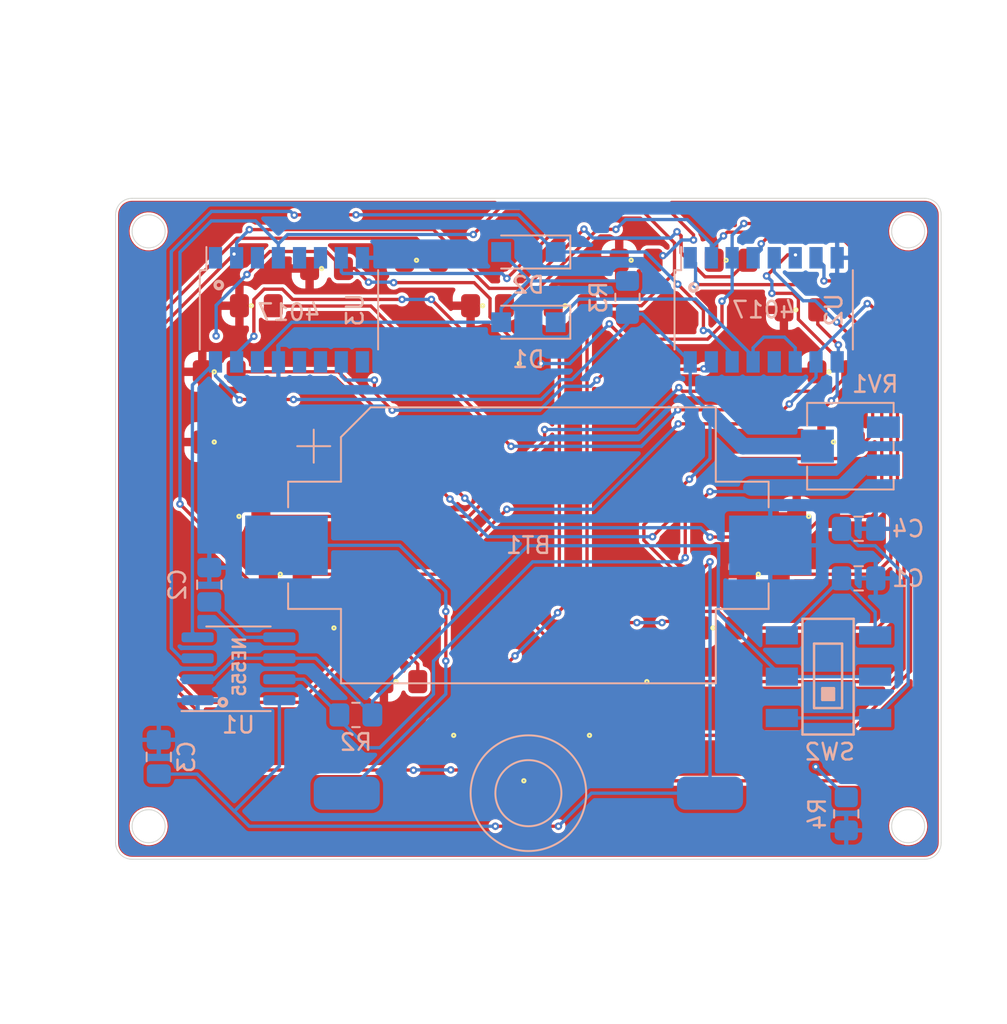
<source format=kicad_pcb>
(kicad_pcb (version 20211014) (generator pcbnew)
  (layers (0 "F.Cu" signal) (31 "B.Cu" signal) (34 "B.Paste" user) (35 "F.Paste" user) (36 "B.SilkS" user "B.Silkscreen") (37 "F.SilkS" user "F.Silkscreen") (38 "B.Mask" user) (39 "F.Mask" user) (44 "Edge.Cuts" user))
  (net 0 "")
  (net 1 "+3V0")
  (net 2 "GND")
  (net 3 "Net-(C1-Pad1)")
  (net 4 "Net-(C2-Pad1)")
  (net 5 "VCC")
  (net 6 "Net-(D10-Pad2)")
  (net 7 "Net-(D11-Pad2)")
  (net 8 "Net-(D12-Pad2)")
  (net 9 "Net-(D13-Pad2)")
  (net 10 "Net-(D14-Pad2)")
  (net 11 "Net-(D15-Pad2)")
  (net 12 "Net-(D16-Pad2)")
  (net 13 "Net-(D17-Pad2)")
  (net 14 "Net-(D18-Pad2)")
  (net 15 "Net-(D19-Pad2)")
  (net 16 "Net-(D20-Pad2)")
  (net 17 "Net-(D21-Pad2)")
  (net 18 "Net-(U2-Pad15)")
  (net 19 "Net-(C4-Pad1)")
  (net 20 "Net-(D1-Pad1)")
  (net 21 "Net-(D1-Pad2)")
  (net 22 "/Common-R")
  (net 23 "Net-(D2-Pad1)")
  (net 24 "Net-(R2-Pad2)")
  (net 33 "Net-(R2-Pad1)")
  (footprint "Binary_Kitchen:LED_0805_2012Metric_Pad1.15x1.40mm_HandSolder" (layer "F.Cu") (at 120.775 97.5)
    (fp_text reference "D28" hide)
    (fp_text value "LED")
  )
  (footprint "Binary_Kitchen:LED_0805_2012Metric_Pad1.15x1.40mm_HandSolder" (layer "F.Cu") (at 117.275 94.25)
    (fp_text reference "D27" hide)
    (fp_text value "LED")
  )
  (footprint "Binary_Kitchen:LED_0805_2012Metric_Pad1.15x1.40mm_HandSolder" (layer "F.Cu") (at 113.525 91)
    (fp_text reference "D26" hide)
    (fp_text value "LED")
  )
  (footprint "Binary_Kitchen:LED_0805_2012Metric_Pad1.15x1.40mm_HandSolder" (layer "F.Cu") (at 110.275 87.75)
    (fp_text reference "D25" hide)
    (fp_text value "LED")
  )
  (footprint "Binary_Kitchen:LED_0805_2012Metric_Pad1.15x1.40mm_HandSolder" (layer "F.Cu") (at 107.775 84.25)
    (fp_text reference "D24" hide)
    (fp_text value "LED")
  )
  (footprint "Binary_Kitchen:LED_0805_2012Metric_Pad1.15x1.40mm_HandSolder" (layer "F.Cu") (at 106.275 79.75)
    (fp_text reference "D23" hide)
    (fp_text value "LED")
  )
  (footprint "Binary_Kitchen:LED_0805_2012Metric_Pad1.15x1.40mm_HandSolder" (layer "F.Cu") (at 106.275 75.5)
    (fp_text reference "D22" hide)
    (fp_text value "LED")
  )
  (footprint "Binary_Kitchen:LED_0805_2012Metric_Pad1.15x1.40mm_HandSolder" (layer "F.Cu") (at 118.525 68.75)
    (fp_text reference "D19" hide)
    (fp_text value "LED")
  )
  (footprint "Binary_Kitchen:LED_0805_2012Metric_Pad1.15x1.40mm_HandSolder" (layer "F.Cu") (at 122.525 71.5)
    (fp_text reference "D18" hide)
    (fp_text value "LED")
  )
  (footprint "Binary_Kitchen:LED_0805_2012Metric_Pad1.15x1.40mm_HandSolder" (layer "F.Cu") (at 124.75 75)
    (fp_text reference "D17" hide)
    (fp_text value "LED")
  )
  (footprint "Binary_Kitchen:LED_0805_2012Metric_Pad1.15x1.40mm_HandSolder" (layer "F.Cu") (at 127.525 71.5)
    (fp_text reference "D16" hide)
    (fp_text value "LED")
  )
  (footprint "Binary_Kitchen:LED_0805_2012Metric_Pad1.15x1.40mm_HandSolder" (layer "F.Cu") (at 131.525 68.75)
    (fp_text reference "D15" hide)
    (fp_text value "LED")
  )
  (footprint "Binary_Kitchen:LED_0805_2012Metric_Pad1.15x1.40mm_HandSolder" (layer "F.Cu") (at 141.5 71.75)
    (fp_text reference "D13" hide)
    (fp_text value "LED")
  )
  (footprint "Binary_Kitchen:LED_0805_2012Metric_Pad1.15x1.40mm_HandSolder" (layer "F.Cu") (at 136.475 91)
    (fp_text reference "D8" hide)
    (fp_text value "LED")
  )
  (footprint "Binary_Kitchen:LED_0805_2012Metric_Pad1.15x1.40mm_HandSolder" (layer "F.Cu") (at 143.5 75.5)
    (fp_text reference "D12" hide)
    (fp_text value "LED")
  )
  (footprint "Binary_Kitchen:LED_0805_2012Metric_Pad1.15x1.40mm_HandSolder" (layer "F.Cu") (at 125.025 100.25)
    (fp_text reference "D5" hide)
    (fp_text value "LED")
  )
  (footprint "Binary_Kitchen:LED_0805_2012Metric_Pad1.15x1.40mm_HandSolder" (layer "F.Cu") (at 139.225 87.75)
    (fp_text reference "D9" hide)
    (fp_text value "LED")
  )
  (footprint "Binary_Kitchen:LED_0805_2012Metric_Pad1.15x1.40mm_HandSolder" (layer "F.Cu") (at 132.475 94.25)
    (fp_text reference "D7" hide)
    (fp_text value "LED")
  )
  (footprint "Binary_Kitchen:LED_0805_2012Metric_Pad1.15x1.40mm_HandSolder" (layer "F.Cu") (at 129 97.5)
    (fp_text reference "D6" hide)
    (fp_text value "LED")
  )
  (footprint "Binary_Kitchen:LED_0805_2012Metric_Pad1.15x1.40mm_HandSolder" (layer "F.Cu") (at 143.775 79.75)
    (fp_text reference "D11" hide)
    (fp_text value "LED")
  )
  (footprint "Binary_Kitchen:LED_0805_2012Metric_Pad1.15x1.40mm_HandSolder" (layer "F.Cu") (at 142.275 84.25)
    (fp_text reference "D10" hide)
    (fp_text value "LED")
  )
  (footprint "Binary_Kitchen:LED_0805_2012Metric_Pad1.15x1.40mm_HandSolder" (layer "F.Cu") (at 137.275 68.75)
    (fp_text reference "D14" hide)
    (fp_text value "LED")
  )
  (footprint "Binary_Kitchen:LED_0805_2012Metric_Pad1.15x1.40mm_HandSolder" (layer "F.Cu") (at 108.525 71.5)
    (fp_text reference "D21" hide)
    (fp_text value "LED")
  )
  (footprint "Binary_Kitchen:LED_0805_2012Metric_Pad1.15x1.40mm_HandSolder" (layer "F.Cu") (at 112.775 69.25)
    (fp_text reference "D20" hide)
    (fp_text value "LED")
  )
  (footprint "Capacitor_SMD:C_0805_2012Metric_Pad1.18x1.45mm_HandSolder" (layer "B.Cu") (at 102.616 98.806 90)
    (fp_text reference "C3")
    (fp_text value "100n")
  )
  (footprint "Binary_Kitchen:D_SOD-123_handsolder" (layer "B.Cu") (at 125 72.5 180)
    (fp_text reference "D1")
    (fp_text value "1N4007")
  )
  (footprint "Binary_Kitchen:D_SOD-123_handsolder" (layer "B.Cu") (at 125 68.25 180)
    (fp_text reference "D2")
    (fp_text value "1N4007")
  )
  (footprint "Resistor_SMD:R_0805_2012Metric_Pad1.20x1.40mm_HandSolder" (layer "B.Cu") (at 131 71 90)
    (fp_text reference "R3")
    (fp_text value "100k")
  )
  (footprint "Resistor_SMD:R_0805_2012Metric_Pad1.20x1.40mm_HandSolder" (layer "B.Cu") (at 144.25 102.25 90)
    (fp_text reference "R4")
    (fp_text value "47R")
  )
  (footprint "Package_SO:SOIC-8_3.9x4.9mm_P1.27mm" (layer "B.Cu") (at 107.442 93.472)
    (fp_text reference "U1")
    (fp_text value "NE555")
  )
  (footprint "Binary_Kitchen:BatteryHolder_Keystone_1060_1x2032_HandSoldering" (layer "B.Cu") (at 125 86)
    (fp_text reference "BT1")
    (fp_text value "Battery_Cell")
  )
  (footprint "Binary_Kitchen:Push_Button" (layer "B.Cu") (at 113 101)
    (fp_text reference "SW1" hide)
    (fp_text value "SW_DIP_x01")
  )
  (footprint "Package_SO:SOP-16_4.4x10.4mm_P1.27mm" (layer "B.Cu") (at 139.25 71.75 -90)
    (fp_text reference "U2")
    (fp_text value "4017")
  )
  (footprint "Package_SO:SOP-16_4.4x10.4mm_P1.27mm" (layer "B.Cu") (at 110.5 71.75 -90)
    (fp_text reference "U3")
    (fp_text value "4017")
  )
  (footprint "Resistor_SMD:R_0805_2012Metric_Pad1.20x1.40mm_HandSolder" (layer "B.Cu") (at 114.554 96.266)
    (fp_text reference "R2")
    (fp_text value "1k")
  )
  (footprint "Capacitor_SMD:C_0805_2012Metric_Pad1.18x1.45mm_HandSolder" (layer "B.Cu") (at 105.675 88.3875 90)
    (fp_text reference "C2")
    (fp_text value "100n")
  )
  (footprint "Potentiometer_SMD:Potentiometer_Vishay_TS53YJ_Vertical" (layer "B.Cu") (at 144.5 80)
    (fp_text reference "RV1")
    (fp_text value "R_Potentiometer")
  )
  (footprint "Binary_Kitchen:smd_switch_slide" (layer "B.Cu") (at 146 96.45 90)
    (fp_text reference "SW2")
    (fp_text value "SW_DPDT_x2")
  )
  (footprint "Capacitor_SMD:C_0805_2012Metric_Pad1.18x1.45mm_HandSolder" (layer "B.Cu") (at 145 88)
    (fp_text reference "C1")
    (fp_text value "10nF")
  )
  (footprint "Capacitor_SMD:C_0805_2012Metric_Pad1.18x1.45mm_HandSolder" (layer "B.Cu") (at 145 85)
    (fp_text reference "C4")
    (fp_text value "1µ")
  )
  (gr_circle (center 106.25 70.25) (end 106.473607 70.25) (layer "B.SilkS") (width 0.2) (fill none))
  (gr_circle (center 135 70.4) (end 135.223607 70.4) (layer "B.SilkS") (width 0.2) (fill none))
  (gr_circle (center 106.5 95.5) (end 106.723 95.5) (layer "B.SilkS") (width 0.2) (fill none))
  (gr_line (start 100 104) (end 100 66) (layer "Edge.Cuts") (width 0.05))
  (gr_line (start 101 65) (end 149 65) (layer "Edge.Cuts") (width 0.05))
  (gr_line (start 150 66) (end 150 104) (layer "Edge.Cuts") (width 0.05))
  (gr_arc (start 149 65) (mid 149.707107 65.292893) (end 150 66) (layer "Edge.Cuts") (width 0.05))
  (gr_circle (center 148 103) (end 148 102) (layer "Edge.Cuts") (width 0.05) (fill none))
  (gr_circle (center 102 103) (end 102 102) (layer "Edge.Cuts") (width 0.05) (fill none))
  (gr_line (start 149 105) (end 101 105) (layer "Edge.Cuts") (width 0.05))
  (gr_arc (start 100 66) (mid 100.292893 65.292893) (end 101 65) (layer "Edge.Cuts") (width 0.05))
  (gr_arc (start 150 104) (mid 149.707107 104.707107) (end 149 105) (layer "Edge.Cuts") (width 0.05))
  (gr_circle (center 102 67) (end 102 66) (layer "Edge.Cuts") (width 0.05) (fill none))
  (gr_circle (center 148 67) (end 149 67) (layer "Edge.Cuts") (width 0.05) (fill none))
  (gr_arc (start 101 105) (mid 100.292893 104.707107) (end 100 104) (layer "Edge.Cuts") (width 0.05))
  (segment (start 120 93) (end 120 90) (width 0.2) (layer "F.Cu") (net 1))
  (via (at 120 93) (size 0.45) (drill 0.2) (layers "F.Cu" "B.Cu") (net 1))
  (via (at 120 90) (size 0.45) (drill 0.2) (layers "F.Cu" "B.Cu") (net 1))
  (segment (start 120 88.8) (end 117.2 86) (width 0.2) (layer "B.Cu") (net 1))
  (segment (start 117.2 86) (end 110.35 86) (width 0.2) (layer "B.Cu") (net 1))
  (segment (start 120 90) (end 120 88.8) (width 0.2) (layer "B.Cu") (net 1))
  (segment (start 120 95) (end 120 93) (width 0.2) (layer "B.Cu") (net 1))
  (segment (start 114 101) (end 120 95) (width 0.2) (layer "B.Cu") (net 1))
  (segment (start 146 90.0375) (end 143.9625 88) (width 0.2) (layer "B.Cu") (net 3))
  (segment (start 140.5125 91.45) (end 143.9625 88) (width 0.2) (layer "B.Cu") (net 3))
  (segment (start 140.35 91.45) (end 140.5125 91.45) (width 0.2) (layer "B.Cu") (net 3))
  (segment (start 146 91.45) (end 146 90.0375) (width 0.2) (layer "B.Cu") (net 3))
  (segment (start 109.917 91.567) (end 108.5635 91.567) (width 0.2) (layer "B.Cu") (net 4))
  (segment (start 107.817 91.567) (end 105.675 89.425) (width 0.2) (layer "B.Cu") (net 4))
  (segment (start 109.917 91.567) (end 107.817 91.567) (width 0.2) (layer "B.Cu") (net 4))
  (segment (start 131.995 84.755) (end 131.995 85.697463) (width 0.2) (layer "F.Cu") (net 5))
  (segment (start 107.525 77.175) (end 107.5 77.2) (width 0.2) (layer "F.Cu") (net 5))
  (segment (start 110.775 77.175) (end 107.525 77.175) (width 0.2) (layer "F.Cu") (net 5))
  (segment (start 134.75 82) (end 131.995 84.755) (width 0.2) (layer "F.Cu") (net 5))
  (segment (start 135.25 87.75) (end 136 87) (width 0.2) (layer "F.Cu") (net 5))
  (segment (start 134.047537 87.75) (end 135.25 87.75) (width 0.2) (layer "F.Cu") (net 5))
  (segment (start 123 103) (end 126.82 103) (width 0.2) (layer "F.Cu") (net 5))
  (segment (start 131.995 85.697463) (end 134.047537 87.75) (width 0.2) (layer "F.Cu") (net 5))
  (via (at 110.775 77.175) (size 0.45) (drill 0.2) (layers "F.Cu" "B.Cu") (net 5))
  (via (at 136 87) (size 0.45) (drill 0.2) (layers "F.Cu" "B.Cu") (net 5))
  (via (at 123 103) (size 0.45) (drill 0.2) (layers "F.Cu" "B.Cu") (net 5))
  (via (at 126.82 103) (size 0.45) (drill 0.2) (layers "F.Cu" "B.Cu") (net 5))
  (via (at 107.5 77.2) (size 0.45) (drill 0.2) (layers "F.Cu" "B.Cu") (net 5))
  (via (at 134.75 82) (size 0.45) (drill 0.2) (layers "F.Cu" "B.Cu") (net 5))
  (segment (start 104.967 75.983) (end 106.05 74.9) (width 0.2) (layer "B.Cu") (net 5))
  (segment (start 127.625022 75.974978) (end 131 72.6) (width 0.2) (layer "B.Cu") (net 5))
  (segment (start 134.75 82) (end 136 80.75) (width 0.2) (layer "B.Cu") (net 5))
  (segment (start 131 72) (end 131.9 72) (width 0.2) (layer "B.Cu") (net 5))
  (segment (start 125.77159 77.175) (end 126.971612 75.974978) (width 0.2) (layer "B.Cu") (net 5))
  (segment (start 102.616 99.8435) (end 104.9395 99.8435) (width 0.2) (layer "B.Cu") (net 5))
  (segment (start 138 80) (end 136 78) (width 1) (layer "B.Cu") (net 5))
  (segment (start 134.8 76.8) (end 134.8 74.9) (width 0.2) (layer "B.Cu") (net 5))
  (segment (start 131 72.6) (end 131 72) (width 0.2) (layer "B.Cu") (net 5))
  (segment (start 126.971612 75.974978) (end 127.625022 75.974978) (width 0.2) (layer "B.Cu") (net 5))
  (segment (start 136 80.75) (end 136 78) (width 0.2) (layer "B.Cu") (net 5))
  (segment (start 128.82 101) (end 136 101) (width 0.2) (layer "B.Cu") (net 5))
  (segment (start 104.9395 99.8435) (end 107.188 102.092) (width 0.2) (layer "B.Cu") (net 5))
  (segment (start 104.64999 91.24999) (end 104.64999 76.30001) (width 0.2) (layer "B.Cu") (net 5))
  (segment (start 123 103) (end 108.096 103) (width 0.2) (layer "B.Cu") (net 5))
  (segment (start 142.5 80) (end 138 80) (width 1) (layer "B.Cu") (net 5))
  (segment (start 136 78) (end 135.875 77.875) (width 0.2) (layer "B.Cu") (net 5))
  (segment (start 131.9 72) (end 134.8 74.9) (width 0.2) (layer "B.Cu") (net 5))
  (segment (start 110.775 77.175) (end 125.77159 77.175) (width 0.2) (layer "B.Cu") (net 5))
  (segment (start 126.82 103) (end 128.82 101) (width 0.2) (layer "B.Cu") (net 5))
  (segment (start 108.096 103) (end 107.188 102.092) (width 0.2) (layer "B.Cu") (net 5))
  (segment (start 104.967 91.567) (end 104.64999 91.24999) (width 0.2) (layer "B.Cu") (net 5))
  (segment (start 107.188 102.092) (end 109.917 99.363) (width 0.2) (layer "B.Cu") (net 5))
  (segment (start 135.875 77.875) (end 134.8 76.8) (width 0.2) (layer "B.Cu") (net 5))
  (segment (start 109.917 99.363) (end 109.917 95.377) (width 0.2) (layer "B.Cu") (net 5))
  (segment (start 136 101) (end 136 87) (width 0.2) (layer "B.Cu") (net 5))
  (segment (start 106.05 75.75) (end 107.5 77.2) (width 0.2) (layer "B.Cu") (net 5))
  (segment (start 104.64999 76.30001) (end 106.05 74.9) (width 0.2) (layer "B.Cu") (net 5))
  (segment (start 106.05 74.9) (end 106.05 75.75) (width 0.2) (layer "B.Cu") (net 5))
  (segment (start 145.775 84.25) (end 146.4 83.625) (width 0.2) (layer "F.Cu") (net 6))
  (segment (start 142.927834 70.6) (end 142.05 70.6) (width 0.2) (layer "F.Cu") (net 6))
  (segment (start 141.551483 85.501351) (end 142.802834 84.25) (width 0.2) (layer "F.Cu") (net 6))
  (segment (start 141.675 70.225) (end 135.125 70.225) (width 0.2) (layer "F.Cu") (net 6))
  (segment (start 107.3 75.5) (end 113.5 75.5) (width 0.2) (layer "F.Cu") (net 6))
  (segment (start 146.4 83.625) (end 146.4 74.072166) (width 0.2) (layer "F.Cu") (net 6))
  (segment (start 146.4 74.072166) (end 142.927834 70.6) (width 0.2) (layer "F.Cu") (net 6))
  (segment (start 136 85.501351) (end 141.551483 85.501351) (width 0.2) (layer "F.Cu") (net 6))
  (segment (start 113.5 75.5) (end 121.15 83.15) (width 0.2) (layer "F.Cu") (net 6))
  (segment (start 143.3 84.25) (end 145.775 84.25) (width 0.2) (layer "F.Cu") (net 6))
  (segment (start 142.802834 84.25) (end 143.3 84.25) (width 0.2) (layer "F.Cu") (net 6))
  (segment (start 142.05 70.6) (end 141.675 70.225) (width 0.2) (layer "F.Cu") (net 6))
  (via (at 136 85.501351) (size 0.45) (drill 0.2) (layers "F.Cu" "B.Cu") (net 6))
  (via (at 121.15 83.15) (size 0.45) (drill 0.2) (layers "F.Cu" "B.Cu") (net 6))
  (via (at 135.125 70.225) (size 0.45) (drill 0.2) (layers "F.Cu" "B.Cu") (net 6))
  (segment (start 135.125 70.225) (end 135.125 68.925) (width 0.2) (layer "B.Cu") (net 6))
  (segment (start 135.433647 84.934998) (end 122.934998 84.934998) (width 0.2) (layer "B.Cu") (net 6))
  (segment (start 136 85.501351) (end 135.433647 84.934998) (width 0.2) (layer "B.Cu") (net 6))
  (segment (start 135.125 68.925) (end 134.8 68.6) (width 0.2) (layer "B.Cu") (net 6))
  (segment (start 122.934998 84.934998) (end 121.15 83.15) (width 0.2) (layer "B.Cu") (net 6))
  (segment (start 116.8 79.75) (end 120.25 83.2) (width 0.2) (layer "F.Cu") (net 7))
  (segment (start 144.8 79.75) (end 145.375 79.75) (width 0.2) (layer "F.Cu") (net 7))
  (segment (start 143.79999 80.75001) (end 137.24999 80.75001) (width 0.2) (layer "F.Cu") (net 7))
  (segment (start 137.24999 80.75001) (end 132.52 85.48) (width 0.2) (layer "F.Cu") (net 7))
  (segment (start 145.85 79.275) (end 145.85 74.675) (width 0.2) (layer "F.Cu") (net 7))
  (segment (start 107.3 79.75) (end 116.8 79.75) (width 0.2) (layer "F.Cu") (net 7))
  (segment (start 145.85 74.675) (end 143.666268 72.491268) (width 0.2) (layer "F.Cu") (net 7))
  (segment (start 145.375 79.75) (end 145.85 79.275) (width 0.2) (layer "F.Cu") (net 7))
  (segment (start 144.8 79.75) (end 143.79999 80.75001) (width 0.2) (layer "F.Cu") (net 7))
  (via (at 132.52 85.48) (size 0.45) (drill 0.2) (layers "F.Cu" "B.Cu") (net 7))
  (via (at 120.25 83.2) (size 0.45) (drill 0.2) (layers "F.Cu" "B.Cu") (net 7))
  (via (at 143.666268 72.491268) (size 0.45) (drill 0.2) (layers "F.Cu" "B.Cu") (net 7))
  (segment (start 139.89 69.45) (end 139.89 68.6) (width 0.2) (layer "B.Cu") (net 7))
  (segment (start 142.374999 71.199999) (end 141.639999 71.199999) (width 0.2) (layer "B.Cu") (net 7))
  (segment (start 143.666268 72.491268) (end 142.374999 71.199999) (width 0.2) (layer "B.Cu") (net 7))
  (segment (start 122.53 85.48) (end 132.52 85.48) (width 0.2) (layer "B.Cu") (net 7))
  (segment (start 120.25 83.2) (end 122.53 85.48) (width 0.2) (layer "B.Cu") (net 7))
  (segment (start 141.639999 71.199999) (end 139.89 69.45) (width 0.2) (layer "B.Cu") (net 7))
  (segment (start 140.7 68.425) (end 141.175 68.425) (width 0.2) (layer "F.Cu") (net 8))
  (segment (start 143.346001 76.678999) (end 134.336999 76.678999) (width 0.2) (layer "F.Cu") (net 8))
  (segment (start 134.336999 76.678999) (end 134.112 76.454) (width 0.2) (layer "F.Cu") (net 8))
  (segment (start 144.525 75.5) (end 143.346001 76.678999) (width 0.2) (layer "F.Cu") (net 8))
  (segment (start 125.984 79.659198) (end 125.984 78.994) (width 0.2) (layer "F.Cu") (net 8))
  (segment (start 108.8 84.25) (end 121.393198 84.25) (width 0.2) (layer "F.Cu") (net 8))
  (segment (start 144.525 75.5) (end 141.35001 72.32501) (width 0.2) (layer "F.Cu") (net 8))
  (segment (start 141.027834 70.75) (end 139.746565 70.75) (width 0.2) (layer "F.Cu") (net 8))
  (segment (start 141.35001 72.32501) (end 141.35001 71.072176) (width 0.2) (layer "F.Cu") (net 8))
  (segment (start 141.35001 71.072176) (end 141.027834 70.75) (width 0.2) (layer "F.Cu") (net 8))
  (segment (start 139.425 69.7) (end 140.7 68.425) (width 0.2) (layer "F.Cu") (net 8))
  (segment (start 121.393198 84.25) (end 125.984 79.659198) (width 0.2) (layer "F.Cu") (net 8))
  (via (at 139.746565 70.75) (size 0.45) (drill 0.2) (layers "F.Cu" "B.Cu") (net 8))
  (via (at 139.425 69.7) (size 0.45) (drill 0.2) (layers "F.Cu" "B.Cu") (net 8))
  (via (at 141.175 68.425) (size 0.45) (drill 0.2) (layers "F.Cu" "B.Cu") (net 8))
  (via (at 134.112 76.454) (size 0.45) (drill 0.2) (layers "F.Cu" "B.Cu") (net 8))
  (via (at 125.984 78.994) (size 0.45) (drill 0.2) (layers "F.Cu" "B.Cu") (net 8))
  (segment (start 139.746565 70.75) (end 139.746565 70.021565) (width 0.2) (layer "B.Cu") (net 8))
  (segment (start 141.175 68.585) (end 141.16 68.6) (width 0.2) (layer "B.Cu") (net 8))
  (segment (start 141.175 68.425) (end 141.175 68.585) (width 0.2) (layer "B.Cu") (net 8))
  (segment (start 134.112 76.454) (end 131.572 78.994) (width 0.2) (layer "B.Cu") (net 8))
  (segment (start 139.746565 70.021565) (end 139.425 69.7) (width 0.2) (layer "B.Cu") (net 8))
  (segment (start 131.572 78.994) (end 125.984 78.994) (width 0.2) (layer "B.Cu") (net 8))
  (segment (start 111.3 87.75) (end 119.768 87.75) (width 0.2) (layer "F.Cu") (net 9))
  (segment (start 142.525 72.625) (end 143.771232 73.871232) (width 0.2) (layer "F.Cu") (net 9))
  (segment (start 134.075 78.65) (end 141.95 78.65) (width 0.2) (layer "F.Cu") (net 9))
  (segment (start 141.95 78.65) (end 143.35 77.25) (width 0.2) (layer "F.Cu") (net 9))
  (segment (start 142.525 71.75) (end 142.525 72.625) (width 0.2) (layer "F.Cu") (net 9))
  (segment (start 119.768 87.75) (end 123.698 83.82) (width 0.2) (layer "F.Cu") (net 9))
  (via (at 134.075 78.65) (size 0.45) (drill 0.2) (layers "F.Cu" "B.Cu") (net 9))
  (via (at 143.771232 73.871232) (size 0.45) (drill 0.2) (layers "F.Cu" "B.Cu") (net 9))
  (via (at 123.698 83.82) (size 0.45) (drill 0.2) (layers "F.Cu" "B.Cu") (net 9))
  (via (at 143.35 77.25) (size 0.45) (drill 0.2) (layers "F.Cu" "B.Cu") (net 9))
  (segment (start 128.905 83.82) (end 123.698 83.82) (width 0.2) (layer "B.Cu") (net 9))
  (segment (start 143.35 77.25) (end 143.7 76.9) (width 0.2) (layer "B.Cu") (net 9))
  (segment (start 134.075 78.65) (end 128.905 83.82) (width 0.2) (layer "B.Cu") (net 9))
  (segment (start 143.771232 74.828768) (end 143.7 74.9) (width 0.2) (layer "B.Cu") (net 9))
  (segment (start 143.7 76.9) (end 143.7 74.9) (width 0.2) (layer "B.Cu") (net 9))
  (segment (start 143.771232 73.871232) (end 143.771232 74.828768) (width 0.2) (layer "B.Cu") (net 9))
  (segment (start 114.55 91) (end 114.55 92.1) (width 0.2) (layer "F.Cu") (net 10))
  (segment (start 120.42501 68.25001) (end 120.42501 68.072176) (width 0.2) (layer "F.Cu") (net 10))
  (segment (start 134.250011 68.302845) (end 135.697176 69.75001) (width 0.2) (layer "F.Cu") (net 10))
  (segment (start 119.247824 66.89499) (end 108.1 66.89499) (width 0.2) (layer "F.Cu") (net 10))
  (segment (start 114.55 92.1) (end 111.15 95.5) (width 0.2) (layer "F.Cu") (net 10))
  (segment (start 120.42501 68.072176) (end 119.247824 66.89499) (width 0.2) (layer "F.Cu") (net 10))
  (segment (start 135.697176 69.75001) (end 137.29999 69.75001) (width 0.2) (layer "F.Cu") (net 10))
  (segment (start 122.625001 70.450001) (end 120.42501 68.25001) (width 0.2) (layer "F.Cu") (net 10))
  (segment (start 137.29999 69.75001) (end 138.3 68.75) (width 0.2) (layer "F.Cu") (net 10))
  (segment (start 134 67.025) (end 134.250011 67.275011) (width 0.2) (layer "F.Cu") (net 10))
  (segment (start 134.250011 67.275011) (end 134.250011 68.302845) (width 0.2) (layer "F.Cu") (net 10))
  (segment (start 101.346 91.846) (end 101.346 74.204) (width 0.2) (layer "F.Cu") (net 10))
  (segment (start 124.782521 70.450001) (end 122.625001 70.450001) (width 0.2) (layer "F.Cu") (net 10))
  (segment (start 105 95.5) (end 101.346 91.846) (width 0.2) (layer "F.Cu") (net 10))
  (segment (start 101.346 74.204) (end 107.175 68.375) (width 0.2) (layer "F.Cu") (net 10))
  (segment (start 128.366261 66.866261) (end 124.782521 70.450001) (width 0.2) (layer "F.Cu") (net 10))
  (segment (start 111.15 95.5) (end 105 95.5) (width 0.2) (layer "F.Cu") (net 10))
  (via (at 128.366261 66.866261) (size 0.45) (drill 0.2) (layers "F.Cu" "B.Cu") (net 10))
  (via (at 134 67.025) (size 0.45) (drill 0.2) (layers "F.Cu" "B.Cu") (net 10))
  (via (at 107.175 68.375) (size 0.45) (drill 0.2) (layers "F.Cu" "B.Cu") (net 10))
  (via (at 108.1 66.89499) (size 0.45) (drill 0.2) (layers "F.Cu" "B.Cu") (net 10))
  (segment (start 133.619998 67.405002) (end 128.905002 67.405002) (width 0.2) (layer "B.Cu") (net 10))
  (segment (start 134 67.025) (end 133.619998 67.405002) (width 0.2) (layer "B.Cu") (net 10))
  (segment (start 107.175 68.375) (end 107.175 68.445) (width 0.2) (layer "B.Cu") (net 10))
  (segment (start 128.905002 67.405002) (end 128.366261 66.866261) (width 0.2) (layer "B.Cu") (net 10))
  (segment (start 107.33 68.6) (end 107.33 67.66499) (width 0.2) (layer "B.Cu") (net 10))
  (segment (start 107.33 67.66499) (end 108.1 66.89499) (width 0.2) (layer "B.Cu") (net 10))
  (segment (start 107.175 68.445) (end 107.33 68.6) (width 0.2) (layer "B.Cu") (net 10))
  (segment (start 105.850003 85.902837) (end 109.272166 89.325) (width 0.2) (layer "F.Cu") (net 11))
  (segment (start 105.850003 85.450003) (end 105.850003 85.902837) (width 0.2) (layer "F.Cu") (net 11))
  (segment (start 123.45601 65.39999) (end 121.666 67.19) (width 0.2) (layer "F.Cu") (net 11))
  (segment (start 135 67.524998) (end 135 67.2068) (width 0.2) (layer "F.Cu") (net 11))
  (segment (start 135 67.2068) (end 133.19319 65.39999) (width 0.2) (layer "F.Cu") (net 11))
  (segment (start 133.14 68.47) (end 132.83 68.47) (width 0.2) (layer "F.Cu") (net 11))
  (segment (start 103.9 83.5) (end 105.850003 85.450003) (width 0.2) (layer "F.Cu") (net 11))
  (segment (start 132.83 68.47) (end 132.55 68.75) (width 0.2) (layer "F.Cu") (net 11))
  (segment (start 114.427834 89.325) (end 118.3 93.197166) (width 0.2) (layer "F.Cu") (net 11))
  (segment (start 118.3 93.197166) (end 118.3 94.25) (width 0.2) (layer "F.Cu") (net 11))
  (segment (start 133.19319 65.39999) (end 123.45601 65.39999) (width 0.2) (layer "F.Cu") (net 11))
  (segment (start 109.272166 89.325) (end 114.427834 89.325) (width 0.2) (layer "F.Cu") (net 11))
  (via (at 103.9 83.5) (size 0.45) (drill 0.2) (layers "F.Cu" "B.Cu") (net 11))
  (via (at 121.666 67.19) (size 0.45) (drill 0.2) (layers "F.Cu" "B.Cu") (net 11))
  (via (at 135 67.524998) (size 0.45) (drill 0.2) (layers "F.Cu" "B.Cu") (net 11))
  (via (at 133.14 68.47) (size 0.45) (drill 0.2) (layers "F.Cu" "B.Cu") (net 11))
  (segment (start 135 67.524998) (end 134.277004 67.524998) (width 0.2) (layer "B.Cu") (net 11))
  (segment (start 109.86 67.75) (end 108.479989 66.369989) (width 0.2) (layer "B.Cu") (net 11))
  (segment (start 134.277004 67.524998) (end 133.332002 68.47) (width 0.2) (layer "B.Cu") (net 11))
  (segment (start 121.347802 67.19) (end 121.666 67.19) (width 0.2) (layer "B.Cu") (net 11))
  (segment (start 103.9 68.265698) (end 103.9 83.5) (width 0.2) (layer "B.Cu") (net 11))
  (segment (start 133.332002 68.47) (end 133.14 68.47) (width 0.2) (layer "B.Cu") (net 11))
  (segment (start 105.795709 66.369989) (end 103.9 68.265698) (width 0.2) (layer "B.Cu") (net 11))
  (segment (start 108.479989 66.369989) (end 105.795709 66.369989) (width 0.2) (layer "B.Cu") (net 11))
  (segment (start 109.86 67.75) (end 110.42 67.19) (width 0.2) (layer "B.Cu") (net 11))
  (segment (start 109.86 68.6) (end 109.86 67.75) (width 0.2) (layer "B.Cu") (net 11))
  (segment (start 110.42 67.19) (end 121.347802 67.19) (width 0.2) (layer "B.Cu") (net 11))
  (segment (start 121.8 95.14) (end 121.8 97.5) (width 0.2) (layer "F.Cu") (net 12))
  (segment (start 126.77 90.08) (end 128.55 88.3) (width 0.2) (layer "F.Cu") (net 12))
  (segment (start 133.85 67.7) (end 131.95 65.8) (width 0.2) (layer "F.Cu") (net 12))
  (segment (start 121.8 95.14) (end 121.8 95.08) (width 0.2) (layer "F.Cu") (net 12))
  (segment (start 131.95 65.8) (end 127.748 65.8) (width 0.2) (layer "F.Cu") (net 12))
  (segment (start 121.8 95.08) (end 124.19 92.69) (width 0.2) (layer "F.Cu") (net 12))
  (segment (start 131.85 71.5) (end 133.85 69.5) (width 0.2) (layer "F.Cu") (net 12))
  (segment (start 121.8 94.975) (end 121.8 95.14) (width 0.2) (layer "F.Cu") (net 12))
  (segment (start 127.748 65.8) (end 123.698 69.85) (width 0.2) (layer "F.Cu") (net 12))
  (segment (start 128.55 88.3) (end 128.55 88.225) (width 0.2) (layer "F.Cu") (net 12))
  (segment (start 133.85 69.5) (end 133.85 67.7) (width 0.2) (layer "F.Cu") (net 12))
  (segment (start 128.55 71.5) (end 131.85 71.5) (width 0.2) (layer "F.Cu") (net 12))
  (segment (start 128.55 71.5) (end 128.55 88.225) (width 0.2) (layer "F.Cu") (net 12))
  (via (at 123.698 69.85) (size 0.45) (drill 0.2) (layers "F.Cu" "B.Cu") (net 12))
  (via (at 126.77 90.08) (size 0.45) (drill 0.2) (layers "F.Cu" "B.Cu") (net 12))
  (via (at 124.19 92.69) (size 0.45) (drill 0.2) (layers "F.Cu" "B.Cu") (net 12))
  (segment (start 126.77 90.11) (end 126.77 90.08) (width 0.2) (layer "B.Cu") (net 12))
  (segment (start 123.398001 69.550001) (end 123.698 69.85) (width 0.2) (layer "B.Cu") (net 12))
  (segment (start 113.67 69.45) (end 113.770001 69.550001) (width 0.2) (layer "B.Cu") (net 12))
  (segment (start 113.67 68.6) (end 113.67 69.45) (width 0.2) (layer "B.Cu") (net 12))
  (segment (start 113.770001 69.550001) (end 123.398001 69.550001) (width 0.2) (layer "B.Cu") (net 12))
  (segment (start 124.19 92.69) (end 126.77 90.11) (width 0.2) (layer "B.Cu") (net 12))
  (segment (start 121.84998 73.99999) (end 121.84998 73.84398) (width 0.2) (layer "F.Cu") (net 13))
  (segment (start 110.102824 70.49999) (end 108.997176 70.49999) (width 0.2) (layer "F.Cu") (net 13))
  (segment (start 124.77499 73.99999) (end 121.84998 73.99999) (width 0.2) (layer "F.Cu") (net 13))
  (segment (start 135.852001 73.525001) (end 130.825001 73.525001) (width 0.2) (layer "F.Cu") (net 13))
  (segment (start 121.84998 73.84398) (end 119.126 71.12) (width 0.2) (layer "F.Cu") (net 13))
  (segment (start 130.825001 73.525001) (end 129.9 72.6) (width 0.2) (layer "F.Cu") (net 13))
  (segment (start 136.725 71.225) (end 136.725 72.652002) (width 0.2) (layer "F.Cu") (net 13))
  (segment (start 110.722834 71.12) (end 110.102824 70.49999) (width 0.2) (layer "F.Cu") (net 13))
  (segment (start 148.575 98.375) (end 148.575 70.875) (width 0.2) (layer "F.Cu") (net 13))
  (segment (start 148.575 70.875) (end 144.225 66.525) (width 0.2) (layer "F.Cu") (net 13))
  (segment (start 125.775 75) (end 125.775014 75) (width 0.2) (layer "F.Cu") (net 13))
  (segment (start 146.7 100.25) (end 148.575 98.375) (width 0.2) (layer "F.Cu") (net 13))
  (segment (start 108.997176 70.49999) (end 108.375 71.122166) (width 0.2) (layer "F.Cu") (net 13))
  (segment (start 108.375 71.122166) (end 108.375 73.35) (width 0.2) (layer "F.Cu") (net 13))
  (segment (start 144.225 66.525) (end 138.05 66.525) (width 0.2) (layer "F.Cu") (net 13))
  (segment (start 110.722834 71.12) (end 117.348 71.12) (width 0.2) (layer "F.Cu") (net 13))
  (segment (start 126.05 100.25) (end 146.7 100.25) (width 0.2) (layer "F.Cu") (net 13))
  (segment (start 136.725 72.652002) (end 135.852001 73.525001) (width 0.2) (layer "F.Cu") (net 13))
  (segment (start 125.775 75) (end 124.77499 73.99999) (width 0.2) (layer "F.Cu") (net 13))
  (via (at 108.375 73.35) (size 0.45) (drill 0.2) (layers "F.Cu" "B.Cu") (net 13))
  (via (at 117.348 71.12) (size 0.45) (drill 0.2) (layers "F.Cu" "B.Cu") (net 13))
  (via (at 138.05 66.525) (size 0.45) (drill 0.2) (layers "F.Cu" "B.Cu") (net 13))
  (via (at 136.725 71.225) (size 0.45) (drill 0.2) (layers "F.Cu" "B.Cu") (net 13))
  (via (at 129.9 72.6) (size 0.45) (drill 0.2) (layers "F.Cu" "B.Cu") (net 13))
  (via (at 125.775014 75) (size 0.45) (drill 0.2) (layers "F.Cu" "B.Cu") (net 13))
  (via (at 119.126 71.12) (size 0.45) (drill 0.2) (layers "F.Cu" "B.Cu") (net 13))
  (segment (start 137.34 70.61) (end 136.725 71.225) (width 0.2) (layer "B.Cu") (net 13))
  (segment (start 137.34 68.6) (end 137.34 70.61) (width 0.2) (layer "B.Cu") (net 13))
  (segment (start 117.348 71.12) (end 119.126 71.12) (width 0.2) (layer "B.Cu") (net 13))
  (segment (start 107.33 74.395) (end 107.33 74.9) (width 0.2) (layer "B.Cu") (net 13))
  (segment (start 108.375 73.35) (end 107.33 74.395) (width 0.2) (layer "B.Cu") (net 13))
  (segment (start 138.05 66.525) (end 137.34 67.235) (width 0.2) (layer "B.Cu") (net 13))
  (segment (start 137.34 67.235) (end 137.34 68.6) (width 0.2) (layer "B.Cu") (net 13))
  (segment (start 127.5 75) (end 129.9 72.6) (width 0.2) (layer "B.Cu") (net 13))
  (segment (start 125.775014 75) (end 127.5 75) (width 0.2) (layer "B.Cu") (net 13))
  (segment (start 148.15001 71.015707) (end 144.184304 67.050001) (width 0.2) (layer "F.Cu") (net 14))
  (segment (start 148.15001 93.615669) (end 148.15001 71.015707) (width 0.2) (layer "F.Cu") (net 14))
  (segment (start 130.025 97.5) (end 144.265679 97.5) (width 0.2) (layer "F.Cu") (net 14))
  (segment (start 144.265679 97.5) (end 148.15001 93.615669) (width 0.2) (layer "F.Cu") (net 14))
  (segment (start 123.55 71.5) (end 124.56 71.5) (width 0.2) (layer "F.Cu") (net 14))
  (segment (start 137.039999 67.050001) (end 136.815 67.275) (width 0.2) (layer "F.Cu") (net 14))
  (segment (start 124.56 71.5) (end 129.18 66.88) (width 0.2) (layer "F.Cu") (net 14))
  (segment (start 144.184304 67.050001) (end 137.039999 67.050001) (width 0.2) (layer "F.Cu") (net 14))
  (segment (start 129.18 66.88) (end 130.3 66.88) (width 0.2) (layer "F.Cu") (net 14))
  (via (at 136.815 67.275) (size 0.45) (drill 0.2) (layers "F.Cu" "B.Cu") (net 14))
  (via (at 130.3 66.88) (size 0.45) (drill 0.2) (layers "F.Cu" "B.Cu") (net 14))
  (segment (start 136.815 67.275) (end 136.08 68.01) (width 0.2) (layer "B.Cu") (net 14))
  (segment (start 136.08 68.01) (end 136.08 68.6) (width 0.2) (layer "B.Cu") (net 14))
  (segment (start 134.615001 66.285001) (end 130.894999 66.285001) (width 0.2) (layer "B.Cu") (net 14))
  (segment (start 130.894999 66.285001) (end 130.3 66.88) (width 0.2) (layer "B.Cu") (net 14))
  (segment (start 136.08 67.75) (end 134.615001 66.285001) (width 0.2) (layer "B.Cu") (net 14))
  (segment (start 136.08 68.6) (end 136.08 67.75) (width 0.2) (layer "B.Cu") (net 14))
  (segment (start 120.31 99.6) (end 121.64 99.6) (width 0.2) (layer "F.Cu") (net 15))
  (segment (start 121.64 99.6) (end 127.99001 93.24999) (width 0.2) (layer "F.Cu") (net 15))
  (segment (start 118.03 99.6) (end 118.04 99.61) (width 0.2) (layer "F.Cu") (net 15))
  (segment (start 118.22 67.42) (end 107.352998 67.42) (width 0.2) (layer "F.Cu") (net 15))
  (segment (start 133.5 94.25) (end 146.94998 94.25) (width 0.2) (layer "F.Cu") (net 15))
  (segment (start 127.99001 93.24999) (end 132.49999 93.24999) (width 0.2) (layer "F.Cu") (net 15))
  (segment (start 100.838 91.903699) (end 108.534301 99.6) (width 0.2) (layer "F.Cu") (net 15))
  (segment (start 108.534301 99.6) (end 118.03 99.6) (width 0.2) (layer "F.Cu") (net 15))
  (segment (start 147.75 93.44998) (end 147.75 71.181396) (width 0.2) (layer "F.Cu") (net 15))
  (segment (start 132.49999 93.24999) (end 133.5 94.25) (width 0.2) (layer "F.Cu") (net 15))
  (segment (start 100.838 73.934998) (end 100.838 91.903699) (width 0.2) (layer "F.Cu") (net 15))
  (segment (start 146.94998 94.25) (end 147.75 93.44998) (width 0.2) (layer "F.Cu") (net 15))
  (segment (start 107.352998 67.42) (end 100.838 73.934998) (width 0.2) (layer "F.Cu") (net 15))
  (segment (start 144.018615 67.450011) (end 139.399989 67.450011) (width 0.2) (layer "F.Cu") (net 15))
  (segment (start 119.55 68.75) (end 118.22 67.42) (width 0.2) (layer "F.Cu") (net 15))
  (segment (start 139.399989 67.450011) (end 139.1 67.75) (width 0.2) (layer "F.Cu") (net 15))
  (segment (start 147.75 71.181396) (end 144.018615 67.450011) (width 0.2) (layer "F.Cu") (net 15))
  (segment (start 120.3 99.59) (end 120.31 99.6) (width 0.2) (layer "F.Cu") (net 15))
  (via (at 139.1 67.75) (size 0.45) (drill 0.2) (layers "F.Cu" "B.Cu") (net 15))
  (via (at 120.3 99.59) (size 0.45) (drill 0.2) (layers "F.Cu" "B.Cu") (net 15))
  (via (at 118.04 99.61) (size 0.45) (drill 0.2) (layers "F.Cu" "B.Cu") (net 15))
  (segment (start 139.1 67.75) (end 139.1 68.11) (width 0.2) (layer "B.Cu") (net 15))
  (segment (start 139.1 68.11) (end 138.61 68.6) (width 0.2) (layer "B.Cu") (net 15))
  (segment (start 120.3 99.59) (end 118.06 99.59) (width 0.2) (layer "B.Cu") (net 15))
  (segment (start 118.06 99.59) (end 118.04 99.61) (width 0.2) (layer "B.Cu") (net 15))
  (segment (start 122.67499 71.065688) (end 122.67499 72.177824) (width 0.2) (layer "F.Cu") (net 16))
  (segment (start 113.8 69.25) (end 114.490983 69.25) (width 0.2) (layer "F.Cu") (net 16))
  (segment (start 146.14999 91) (end 147.34999 89.8) (width 0.2) (layer "F.Cu") (net 16))
  (segment (start 133.168999 90.605001) (end 133.096 90.678) (width 0.2) (layer "F.Cu") (net 16))
  (segment (start 129.032 91.948) (end 130.302 90.678) (width 0.2) (layer "F.Cu") (net 16))
  (segment (start 125.222 89.154) (end 125.222 90.678) (width 0.2) (layer "F.Cu") (net 16))
  (segment (start 113.8 69.25) (end 114.30001 69.75001) (width 0.2) (layer "F.Cu") (net 16))
  (segment (start 130.302 90.678) (end 131.572 90.678) (width 0.2) (layer "F.Cu") (net 16))
  (segment (start 147.34999 89.8) (end 147.34999 71.37499) (width 0.2) (layer "F.Cu") (net 16))
  (segment (start 134.897176 89.99999) (end 136.49999 89.99999) (width 0.2) (layer "F.Cu") (net 16))
  (segment (start 134.292165 90.605001) (end 134.897176 89.99999) (width 0.2) (layer "F.Cu") (net 16))
  (segment (start 126.492 91.948) (end 129.032 91.948) (width 0.2) (layer "F.Cu") (net 16))
  (segment (start 147.34999 71.37499) (end 145.975 70) (width 0.2) (layer "F.Cu") (net 16))
  (segment (start 126.875001 74.547167) (end 126.875001 87.500999) (width 0.2) (layer "F.Cu") (net 16))
  (segment (start 125.927814 73.59998) (end 126.875001 74.547167) (width 0.2) (layer "F.Cu") (net 16))
  (segment (start 124.097146 73.59998) (end 125.927814 73.59998) (width 0.2) (layer "F.Cu") (net 16))
  (segment (start 125.222 90.678) (end 126.492 91.948) (width 0.2) (layer "F.Cu") (net 16))
  (segment (start 121.713302 70.104) (end 122.67499 71.065688) (width 0.2) (layer "F.Cu") (net 16))
  (segment (start 145.975 70) (end 142.9 70) (width 0.2) (layer "F.Cu") (net 16))
  (segment (start 134.292165 90.605001) (end 133.168999 90.605001) (width 0.2) (layer "F.Cu") (net 16))
  (segment (start 109.345525 68.22) (end 107.954883 69.610642) (width 0.2) (layer "F.Cu") (net 16))
  (segment (start 126.875001 87.500999) (end 125.222 89.154) (width 0.2) (layer "F.Cu") (net 16))
  (segment (start 136.49999 89.99999) (end 137.5 91) (width 0.2) (layer "F.Cu") (net 16))
  (segment (start 112.77 68.22) (end 109.345525 68.22) (width 0.2) (layer "F.Cu") (net 16))
  (segment (start 116.84 70.104) (end 121.713302 70.104) (width 0.2) (layer "F.Cu") (net 16))
  (segment (start 122.67499 72.177824) (end 124.097146 73.59998) (width 0.2) (layer "F.Cu") (net 16))
  (segment (start 113.8 69.25) (end 112.77 68.22) (width 0.2) (layer "F.Cu") (net 16))
  (segment (start 137.5 91) (end 146.14999 91) (width 0.2) (layer "F.Cu") (net 16))
  (segment (start 114.490983 69.25) (end 115.316 70.075017) (width 0.2) (layer "F.Cu") (net 16))
  (via (at 115.316 70.075017) (size 0.45) (drill 0.2) (layers "F.Cu" "B.Cu") (net 16))
  (via (at 133.096 90.678) (size 0.45) (drill 0.2) (layers "F.Cu" "B.Cu") (net 16))
  (via (at 131.572 90.678) (size 0.45) (drill 0.2) (layers "F.Cu" "B.Cu") (net 16))
  (via (at 116.84 70.104) (size 0.45) (drill 0.2) (layers "F.Cu" "B.Cu") (net 16))
  (via (at 142.9 70) (size 0.45) (drill 0.2) (layers "F.Cu" "B.Cu") (net 16))
  (via (at 106.09 73.33) (size 0.45) (drill 0.2) (layers "F.Cu" "B.Cu") (net 16))
  (via (at 107.954883 69.610642) (size 0.45) (drill 0.2) (layers "F.Cu" "B.Cu") (net 16))
  (segment (start 142.9 69.08) (end 142.42 68.6) (width 0.2) (layer "B.Cu") (net 16))
  (segment (start 133.096 90.678) (end 131.572 90.678) (width 0.2) (layer "B.Cu") (net 16))
  (segment (start 106.09 73.33) (end 106.09 71.475525) (width 0.2) (layer "B.Cu") (net 16))
  (segment (start 106.09 71.475525) (end 107.954883 69.610642) (width 0.2) (layer "B.Cu") (net 16))
  (segment (start 116.811017 70.075017) (end 116.84 70.104) (width 0.2) (layer "B.Cu") (net 16))
  (segment (start 142.9 70) (end 142.9 69.08) (width 0.2) (layer "B.Cu") (net 16))
  (segment (start 115.316 70.075017) (end 116.811017 70.075017) (width 0.2) (layer "B.Cu") (net 16))
  (segment (start 134.05 77.8) (end 140.45 77.8) (width 0.2) (layer "F.Cu") (net 17))
  (segment (start 146.94998 86.80002) (end 146.94998 72.69998) (width 0.2) (layer "F.Cu") (net 17))
  (segment (start 140.25 87.75) (end 146 87.75) (width 0.2) (layer "F.Cu") (net 17))
  (segment (start 115.462011 71.520011) (end 123.952 80.01) (width 0.2) (layer "F.Cu") (net 17))
  (segment (start 145.625 71.375) (end 145.525 71.375) (width 0.2) (layer "F.Cu") (net 17))
  (segment (start 146.94998 72.69998) (end 145.625 71.375) (width 0.2) (layer "F.Cu") (net 17))
  (segment (start 146 87.75) (end 146.94998 86.80002) (width 0.2) (layer "F.Cu") (net 17))
  (segment (start 109.55 71.5) (end 109.570011 71.520011) (width 0.2) (layer "F.Cu") (net 17))
  (segment (start 109.570011 71.520011) (end 115.462011 71.520011) (width 0.2) (layer "F.Cu") (net 17))
  (segment (start 140.45 77.8) (end 140.8 77.45) (width 0.2) (layer "F.Cu") (net 17))
  (via (at 123.952 80.01) (size 0.45) (drill 0.2) (layers "F.Cu" "B.Cu") (net 17))
  (via (at 140.8 77.45) (size 0.45) (drill 0.2) (layers "F.Cu" "B.Cu") (net 17))
  (via (at 134.05 77.8) (size 0.45) (drill 0.2) (layers "F.Cu" "B.Cu") (net 17))
  (via (at 145.525 71.375) (size 0.45) (drill 0.2) (layers "F.Cu" "B.Cu") (net 17))
  (segment (start 145.525 71.375) (end 142.42 74.48) (width 0.2) (layer "B.Cu") (net 17))
  (segment (start 134.05 77.8) (end 131.84 80.01) (width 0.2) (layer "B.Cu") (net 17))
  (segment (start 142.42 74.48) (end 142.42 74.9) (width 0.2) (layer "B.Cu") (net 17))
  (segment (start 140.8 77.45) (end 142.42 75.83) (width 0.2) (layer "B.Cu") (net 17))
  (segment (start 131.84 80.01) (end 123.952 80.01) (width 0.2) (layer "B.Cu") (net 17))
  (segment (start 142.42 75.83) (end 142.42 74.9) (width 0.2) (layer "B.Cu") (net 17))
  (segment (start 129.8 75.35) (end 135.595014 75.35) (width 0.2) (layer "F.Cu") (net 18))
  (segment (start 135.595014 75.35) (end 135.625014 75.32) (width 0.2) (layer "F.Cu") (net 18))
  (segment (start 115.675 76.75) (end 115.675 76) (width 0.2) (layer "F.Cu") (net 18))
  (segment (start 129.15 76) (end 129.8 75.35) (width 0.2) (layer "F.Cu") (net 18))
  (segment (start 116.75 77.825) (end 115.675 76.75) (width 0.2) (layer "F.Cu") (net 18))
  (via (at 116.75 77.825) (size 0.45) (drill 0.2) (layers "F.Cu" "B.Cu") (net 18))
  (via (at 135.625014 75.32) (size 0.45) (drill 0.2) (layers "F.Cu" "B.Cu") (net 18))
  (via (at 115.675 76) (size 0.45) (drill 0.2) (layers "F.Cu" "B.Cu") (net 18))
  (via (at 129.15 76) (size 0.45) (drill 0.2) (layers "F.Cu" "B.Cu") (net 18))
  (segment (start 136.08 74.9) (end 135.66 75.32) (width 0.2) (layer "B.Cu") (net 18))
  (segment (start 127.137301 76.374989) (end 125.68729 77.825) (width 0.2) (layer "B.Cu") (net 18))
  (segment (start 128.775011 76.374989) (end 127.137301 76.374989) (width 0.2) (layer "B.Cu") (net 18))
  (segment (start 129.15 76) (end 128.775011 76.374989) (width 0.2) (layer "B.Cu") (net 18))
  (segment (start 113.67 75.75) (end 113.92 76) (width 0.2) (layer "B.Cu") (net 18))
  (segment (start 113.67 74.9) (end 113.67 75.75) (width 0.2) (layer "B.Cu") (net 18))
  (segment (start 113.92 76) (end 115.675 76) (width 0.2) (layer "B.Cu") (net 18))
  (segment (start 125.68729 77.825) (end 116.75 77.825) (width 0.2) (layer "B.Cu") (net 18))
  (segment (start 135.66 75.32) (end 135.625014 75.32) (width 0.2) (layer "B.Cu") (net 18))
  (segment (start 146.00625 86.025) (end 144.9875 86.025) (width 0.2) (layer "B.Cu") (net 19))
  (segment (start 148 94.45) (end 148 88.01875) (width 0.2) (layer "B.Cu") (net 19))
  (segment (start 144.9875 86.025) (end 143.9625 85) (width 0.2) (layer "B.Cu") (net 19))
  (segment (start 146 96.45) (end 148 94.45) (width 0.2) (layer "B.Cu") (net 19))
  (segment (start 148 88.01875) (end 146.00625 86.025) (width 0.2) (layer "B.Cu") (net 19))
  (segment (start 146 96.45) (end 140.35 96.45) (width 0.2) (layer "B.Cu") (net 19))
  (segment (start 135.129992 71.09999) (end 128.05001 71.09999) (width 0.2) (layer "B.Cu") (net 20))
  (segment (start 128.05001 71.09999) (end 126.65 72.5) (width 0.2) (layer "B.Cu") (net 20))
  (segment (start 138.61 74.9) (end 138.61 74.579998) (width 0.2) (layer "B.Cu") (net 20))
  (segment (start 138.61 74.9) (end 138.61 74.05) (width 0.2) (layer "B.Cu") (net 20))
  (segment (start 141.16 74.05) (end 141.16 74.9) (width 0.2) (layer "B.Cu") (net 20))
  (segment (start 139.26 73.4) (end 140.51 73.4) (width 0.2) (layer "B.Cu") (net 20))
  (segment (start 140.51 73.4) (end 141.16 74.05) (width 0.2) (layer "B.Cu") (net 20))
  (segment (start 138.61 74.05) (end 139.26 73.4) (width 0.2) (layer "B.Cu") (net 20))
  (segment (start 138.61 74.81) (end 138.61 74.9) (width 0.2) (layer "B.Cu") (net 20))
  (segment (start 138.61 74.579998) (end 135.129992 71.09999) (width 0.2) (layer "B.Cu") (net 20))
  (segment (start 123.35 71.65) (end 125.05 69.95) (width 0.2) (layer "B.Cu") (net 21))
  (segment (start 108.59 74.9) (end 108.59 74.579998) (width 0.2) (layer "B.Cu") (net 21))
  (segment (start 110.669998 72.5) (end 123.35 72.5) (width 0.2) (layer "B.Cu") (net 21))
  (segment (start 123.35 72.5) (end 123.35 71.65) (width 0.2) (layer "B.Cu") (net 21))
  (segment (start 108.59 74.579998) (end 110.669998 72.5) (width 0.2) (layer "B.Cu") (net 21))
  (segment (start 131 70) (end 125.1 70) (width 0.2) (layer "B.Cu") (net 21))
  (segment (start 125.1 70) (end 125.05 69.95) (width 0.2) (layer "B.Cu") (net 21))
  (segment (start 125.05 69.95) (end 123.35 68.25) (width 0.2) (layer "B.Cu") (net 21))
  (via (at 142.4 99.4) (size 0.45) (drill 0.2) (layers "F.Cu" "B.Cu") (net 22))
  (segment (start 144.25 101.25) (end 142.4 99.4) (width 0.2) (layer "B.Cu") (net 22))
  (segment (start 135.6 71.75) (end 135.6 73) (width 0.2) (layer "F.Cu") (net 23))
  (segment (start 134.05 70.2) (end 135.6 71.75) (width 0.2) (layer "F.Cu") (net 23))
  (segment (start 110.84 66) (end 110.82 66.02) (width 0.2) (layer "F.Cu") (net 23))
  (segment (start 114.56 66) (end 110.84 66) (width 0.2) (layer "F.Cu") (net 23))
  (via (at 134.05 70.2) (size 0.45) (drill 0.2) (layers "F.Cu" "B.Cu") (net 23))
  (via (at 135.6 73) (size 0.45) (drill 0.2) (layers "F.Cu" "B.Cu") (net 23))
  (via (at 110.82 66.02) (size 0.45) (drill 0.2) (layers "F.Cu" "B.Cu") (net 23))
  (via (at 114.56 66) (size 0.45) (drill 0.2) (layers "F.Cu" "B.Cu") (net 23))
  (segment (start 126.65 68.25) (end 131.020002 68.25) (width 0.2) (layer "B.Cu") (net 23))
  (segment (start 103.992 92.837) (end 104.967 92.837) (width 0.2) (layer "B.Cu") (net 23))
  (segment (start 131.020002 68.25) (end 132.1 68.25) (width 0.2) (layer "B.Cu") (net 23))
  (segment (start 124.4 66) (end 126.65 68.25) (width 0.2) (layer "B.Cu") (net 23))
  (segment (start 137.34 74.569998) (end 137.34 74.9) (width 0.2) (layer "B.Cu") (net 23))
  (segment (start 135.918198 73) (end 137.34 74.421802) (width 0.2) (layer "B.Cu") (net 23))
  (segment (start 103.375 68.225) (end 103.375 92.22) (width 0.2) (layer "B.Cu") (net 23))
  (segment (start 110.595001 65.795001) (end 105.804997 65.795001) (width 0.2) (layer "B.Cu") (net 23))
  (segment (start 132.1 68.25) (end 134.05 70.2) (width 0.2) (layer "B.Cu") (net 23))
  (segment (start 135.6 73) (end 135.918198 73) (width 0.2) (layer "B.Cu") (net 23))
  (segment (start 124.4 66) (end 114.56 66) (width 0.2) (layer "B.Cu") (net 23))
  (segment (start 110.82 66.02) (end 110.595001 65.795001) (width 0.2) (layer "B.Cu") (net 23))
  (segment (start 137.34 74.421802) (end 137.34 74.9) (width 0.2) (layer "B.Cu") (net 23))
  (segment (start 103.375 92.22) (end 103.992 92.837) (width 0.2) (layer "B.Cu") (net 23))
  (segment (start 105.804997 65.795001) (end 103.375 68.225) (width 0.2) (layer "B.Cu") (net 23))
  (segment (start 115.554 96.266) (end 112.125 92.837) (width 0.2) (layer "B.Cu") (net 24))
  (segment (start 136.5 90.1) (end 140.35 93.95) (width 0.2) (layer "B.Cu") (net 24))
  (segment (start 136.525 86.050862) (end 136.525 87.217463) (width 0.2) (layer "B.Cu") (net 24))
  (segment (start 107.212 92.837) (end 109.917 92.837) (width 0.2) (layer "B.Cu") (net 24))
  (segment (start 115.554 95.446) (end 124.974138 86.025862) (width 0.2) (layer "B.Cu") (net 24))
  (segment (start 104.967 94.107) (end 105.942 94.107) (width 0.2) (layer "B.Cu") (net 24))
  (segment (start 104.967 94.107) (end 103.992 94.107) (width 0.2) (layer "B.Cu") (net 24))
  (segment (start 124.974138 86.025862) (end 136.5 86.025862) (width 0.2) (layer "B.Cu") (net 24))
  (segment (start 115.554 96.266) (end 115.554 95.446) (width 0.2) (layer "B.Cu") (net 24))
  (segment (start 105.942 94.107) (end 107.212 92.837) (width 0.2) (layer "B.Cu") (net 24))
  (segment (start 136.5 87.242463) (end 136.5 90.1) (width 0.2) (layer "B.Cu") (net 24))
  (segment (start 112.125 92.837) (end 109.917 92.837) (width 0.2) (layer "B.Cu") (net 24))
  (segment (start 136.525 87.217463) (end 136.5 87.242463) (width 0.2) (layer "B.Cu") (net 24))
  (segment (start 136.5 86.025862) (end 136.525 86.050862) (width 0.2) (layer "B.Cu") (net 24))
  (segment (start 146 93.95) (end 140.35 93.95) (width 0.2) (layer "B.Cu") (net 24))
  (segment (start 134.5 86.75) (end 134.5 84.25) (width 0.2) (layer "F.Cu") (net 33))
  (segment (start 134.5 84.25) (end 136 82.75) (width 0.2) (layer "F.Cu") (net 33))
  (via (at 136 82.75) (size 0.45) (drill 0.2) (layers "F.Cu" "B.Cu") (net 33))
  (via (at 134.5 86.75) (size 0.45) (drill 0.2) (layers "F.Cu" "B.Cu") (net 33))
  (segment (start 138.25 82.75) (end 138.5 82.5) (width 0.2) (layer "B.Cu") (net 33))
  (segment (start 109.917 94.107) (end 111.395 94.107) (width 0.2) (layer "B.Cu") (net 33))
  (segment (start 109.575588 94.107) (end 109.917 94.107) (width 0.2) (layer "B.Cu") (net 33))
  (segment (start 145.35 81.15) (end 144 82.5) (width 1) (layer "B.Cu") (net 33))
  (segment (start 144 82.5) (end 138.5 82.5) (width 1) (layer "B.Cu") (net 33))
  (segment (start 111.395 94.107) (end 113.554 96.266) (width 0.2) (layer "B.Cu") (net 33))
  (segment (start 134.25 87) (end 134.5 86.75) (width 0.2) (layer "B.Cu") (net 33))
  (segment (start 113.554 96.266) (end 113.554 96.554) (width 0.2) (layer "B.Cu") (net 33))
  (segment (start 119.25 93.007537) (end 125.257537 87) (width 0.2) (layer "B.Cu") (net 33))
  (segment (start 119.25 95) (end 119.25 93.007537) (width 0.2) (layer "B.Cu") (net 33))
  (segment (start 115.25 98.25) (end 116 98.25) (width 0.2) (layer "B.Cu") (net 33))
  (segment (start 116 98.25) (end 119.25 95) (width 0.2) (layer "B.Cu") (net 33))
  (segment (start 136 82.75) (end 138.25 82.75) (width 0.2) (layer "B.Cu") (net 33))
  (segment (start 113.554 96.554) (end 115.25 98.25) (width 0.2) (layer "B.Cu") (net 33))
  (segment (start 125.257537 87) (end 134.25 87) (width 0.2) (layer "B.Cu") (net 33))
  (segment (start 146.5 81.15) (end 145.35 81.15) (width 1) (layer "B.Cu") (net 33))
  (zone (net 22) (net_name "/Common-R") (layer "F.Cu") (connect_pads (clearance 0.15)) (min_thickness 0.254) (fill yes (thermal_gap 0.508) (thermal_bridge_width 0.508))
    (polygon (pts (xy 152 59) (xy 152 113) (xy 93 113) (xy 93 57)))
  )
  (zone (net 2) (net_name "GND") (layer "B.Cu") (connect_pads (clearance 0.2)) (min_thickness 0.254) (fill yes (thermal_gap 0.26) (thermal_bridge_width 0.26))
    (polygon (pts (xy 154 56) (xy 154 115) (xy 96 115) (xy 97 53)))
  )
)
</source>
